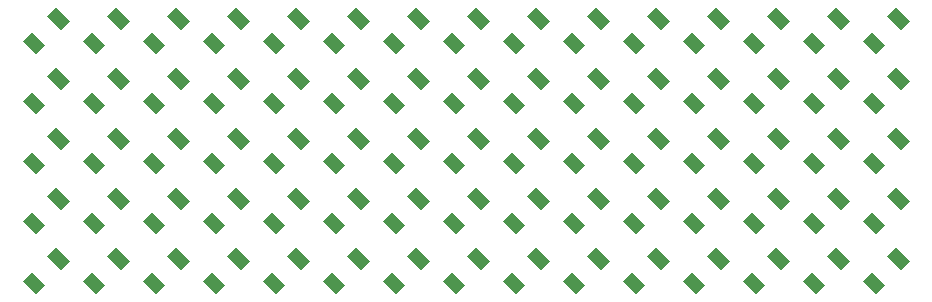
<source format=gbr>
G04 #@! TF.FileFunction,Soldermask,Top*
%FSLAX46Y46*%
G04 Gerber Fmt 4.6, Leading zero omitted, Abs format (unit mm)*
G04 Created by KiCad (PCBNEW 4.0.7) date 07/30/18 20:35:16*
%MOMM*%
%LPD*%
G01*
G04 APERTURE LIST*
%ADD10C,0.100000*%
G04 APERTURE END LIST*
D10*
G36*
X171035952Y-117392677D02*
X172167323Y-118524048D01*
X171389506Y-119301865D01*
X170258135Y-118170494D01*
X171035952Y-117392677D01*
X171035952Y-117392677D01*
G37*
G36*
X168970494Y-119458135D02*
X170101865Y-120589506D01*
X169324048Y-121367323D01*
X168192677Y-120235952D01*
X168970494Y-119458135D01*
X168970494Y-119458135D01*
G37*
G36*
X171035952Y-112312677D02*
X172167323Y-113444048D01*
X171389506Y-114221865D01*
X170258135Y-113090494D01*
X171035952Y-112312677D01*
X171035952Y-112312677D01*
G37*
G36*
X168970494Y-114378135D02*
X170101865Y-115509506D01*
X169324048Y-116287323D01*
X168192677Y-115155952D01*
X168970494Y-114378135D01*
X168970494Y-114378135D01*
G37*
G36*
X171035952Y-107232677D02*
X172167323Y-108364048D01*
X171389506Y-109141865D01*
X170258135Y-108010494D01*
X171035952Y-107232677D01*
X171035952Y-107232677D01*
G37*
G36*
X168970494Y-109298135D02*
X170101865Y-110429506D01*
X169324048Y-111207323D01*
X168192677Y-110075952D01*
X168970494Y-109298135D01*
X168970494Y-109298135D01*
G37*
G36*
X171035952Y-102152677D02*
X172167323Y-103284048D01*
X171389506Y-104061865D01*
X170258135Y-102930494D01*
X171035952Y-102152677D01*
X171035952Y-102152677D01*
G37*
G36*
X168970494Y-104218135D02*
X170101865Y-105349506D01*
X169324048Y-106127323D01*
X168192677Y-104995952D01*
X168970494Y-104218135D01*
X168970494Y-104218135D01*
G37*
G36*
X211675952Y-117392677D02*
X212807323Y-118524048D01*
X212029506Y-119301865D01*
X210898135Y-118170494D01*
X211675952Y-117392677D01*
X211675952Y-117392677D01*
G37*
G36*
X209610494Y-119458135D02*
X210741865Y-120589506D01*
X209964048Y-121367323D01*
X208832677Y-120235952D01*
X209610494Y-119458135D01*
X209610494Y-119458135D01*
G37*
G36*
X211675952Y-112312677D02*
X212807323Y-113444048D01*
X212029506Y-114221865D01*
X210898135Y-113090494D01*
X211675952Y-112312677D01*
X211675952Y-112312677D01*
G37*
G36*
X209610494Y-114378135D02*
X210741865Y-115509506D01*
X209964048Y-116287323D01*
X208832677Y-115155952D01*
X209610494Y-114378135D01*
X209610494Y-114378135D01*
G37*
G36*
X211675952Y-107232677D02*
X212807323Y-108364048D01*
X212029506Y-109141865D01*
X210898135Y-108010494D01*
X211675952Y-107232677D01*
X211675952Y-107232677D01*
G37*
G36*
X209610494Y-109298135D02*
X210741865Y-110429506D01*
X209964048Y-111207323D01*
X208832677Y-110075952D01*
X209610494Y-109298135D01*
X209610494Y-109298135D01*
G37*
G36*
X211675952Y-102152677D02*
X212807323Y-103284048D01*
X212029506Y-104061865D01*
X210898135Y-102930494D01*
X211675952Y-102152677D01*
X211675952Y-102152677D01*
G37*
G36*
X209610494Y-104218135D02*
X210741865Y-105349506D01*
X209964048Y-106127323D01*
X208832677Y-104995952D01*
X209610494Y-104218135D01*
X209610494Y-104218135D01*
G37*
G36*
X206595952Y-117392677D02*
X207727323Y-118524048D01*
X206949506Y-119301865D01*
X205818135Y-118170494D01*
X206595952Y-117392677D01*
X206595952Y-117392677D01*
G37*
G36*
X204530494Y-119458135D02*
X205661865Y-120589506D01*
X204884048Y-121367323D01*
X203752677Y-120235952D01*
X204530494Y-119458135D01*
X204530494Y-119458135D01*
G37*
G36*
X206595952Y-112312677D02*
X207727323Y-113444048D01*
X206949506Y-114221865D01*
X205818135Y-113090494D01*
X206595952Y-112312677D01*
X206595952Y-112312677D01*
G37*
G36*
X204530494Y-114378135D02*
X205661865Y-115509506D01*
X204884048Y-116287323D01*
X203752677Y-115155952D01*
X204530494Y-114378135D01*
X204530494Y-114378135D01*
G37*
G36*
X206595952Y-107232677D02*
X207727323Y-108364048D01*
X206949506Y-109141865D01*
X205818135Y-108010494D01*
X206595952Y-107232677D01*
X206595952Y-107232677D01*
G37*
G36*
X204530494Y-109298135D02*
X205661865Y-110429506D01*
X204884048Y-111207323D01*
X203752677Y-110075952D01*
X204530494Y-109298135D01*
X204530494Y-109298135D01*
G37*
G36*
X206595952Y-102152677D02*
X207727323Y-103284048D01*
X206949506Y-104061865D01*
X205818135Y-102930494D01*
X206595952Y-102152677D01*
X206595952Y-102152677D01*
G37*
G36*
X204530494Y-104218135D02*
X205661865Y-105349506D01*
X204884048Y-106127323D01*
X203752677Y-104995952D01*
X204530494Y-104218135D01*
X204530494Y-104218135D01*
G37*
G36*
X201515952Y-117392677D02*
X202647323Y-118524048D01*
X201869506Y-119301865D01*
X200738135Y-118170494D01*
X201515952Y-117392677D01*
X201515952Y-117392677D01*
G37*
G36*
X199450494Y-119458135D02*
X200581865Y-120589506D01*
X199804048Y-121367323D01*
X198672677Y-120235952D01*
X199450494Y-119458135D01*
X199450494Y-119458135D01*
G37*
G36*
X201515952Y-112312677D02*
X202647323Y-113444048D01*
X201869506Y-114221865D01*
X200738135Y-113090494D01*
X201515952Y-112312677D01*
X201515952Y-112312677D01*
G37*
G36*
X199450494Y-114378135D02*
X200581865Y-115509506D01*
X199804048Y-116287323D01*
X198672677Y-115155952D01*
X199450494Y-114378135D01*
X199450494Y-114378135D01*
G37*
G36*
X201515952Y-107232677D02*
X202647323Y-108364048D01*
X201869506Y-109141865D01*
X200738135Y-108010494D01*
X201515952Y-107232677D01*
X201515952Y-107232677D01*
G37*
G36*
X199450494Y-109298135D02*
X200581865Y-110429506D01*
X199804048Y-111207323D01*
X198672677Y-110075952D01*
X199450494Y-109298135D01*
X199450494Y-109298135D01*
G37*
G36*
X201515952Y-102152677D02*
X202647323Y-103284048D01*
X201869506Y-104061865D01*
X200738135Y-102930494D01*
X201515952Y-102152677D01*
X201515952Y-102152677D01*
G37*
G36*
X199450494Y-104218135D02*
X200581865Y-105349506D01*
X199804048Y-106127323D01*
X198672677Y-104995952D01*
X199450494Y-104218135D01*
X199450494Y-104218135D01*
G37*
G36*
X196435952Y-117392677D02*
X197567323Y-118524048D01*
X196789506Y-119301865D01*
X195658135Y-118170494D01*
X196435952Y-117392677D01*
X196435952Y-117392677D01*
G37*
G36*
X194370494Y-119458135D02*
X195501865Y-120589506D01*
X194724048Y-121367323D01*
X193592677Y-120235952D01*
X194370494Y-119458135D01*
X194370494Y-119458135D01*
G37*
G36*
X196435952Y-112312677D02*
X197567323Y-113444048D01*
X196789506Y-114221865D01*
X195658135Y-113090494D01*
X196435952Y-112312677D01*
X196435952Y-112312677D01*
G37*
G36*
X194370494Y-114378135D02*
X195501865Y-115509506D01*
X194724048Y-116287323D01*
X193592677Y-115155952D01*
X194370494Y-114378135D01*
X194370494Y-114378135D01*
G37*
G36*
X196435952Y-107232677D02*
X197567323Y-108364048D01*
X196789506Y-109141865D01*
X195658135Y-108010494D01*
X196435952Y-107232677D01*
X196435952Y-107232677D01*
G37*
G36*
X194370494Y-109298135D02*
X195501865Y-110429506D01*
X194724048Y-111207323D01*
X193592677Y-110075952D01*
X194370494Y-109298135D01*
X194370494Y-109298135D01*
G37*
G36*
X196435952Y-102152677D02*
X197567323Y-103284048D01*
X196789506Y-104061865D01*
X195658135Y-102930494D01*
X196435952Y-102152677D01*
X196435952Y-102152677D01*
G37*
G36*
X194370494Y-104218135D02*
X195501865Y-105349506D01*
X194724048Y-106127323D01*
X193592677Y-104995952D01*
X194370494Y-104218135D01*
X194370494Y-104218135D01*
G37*
G36*
X191355952Y-117392677D02*
X192487323Y-118524048D01*
X191709506Y-119301865D01*
X190578135Y-118170494D01*
X191355952Y-117392677D01*
X191355952Y-117392677D01*
G37*
G36*
X189290494Y-119458135D02*
X190421865Y-120589506D01*
X189644048Y-121367323D01*
X188512677Y-120235952D01*
X189290494Y-119458135D01*
X189290494Y-119458135D01*
G37*
G36*
X191355952Y-112312677D02*
X192487323Y-113444048D01*
X191709506Y-114221865D01*
X190578135Y-113090494D01*
X191355952Y-112312677D01*
X191355952Y-112312677D01*
G37*
G36*
X189290494Y-114378135D02*
X190421865Y-115509506D01*
X189644048Y-116287323D01*
X188512677Y-115155952D01*
X189290494Y-114378135D01*
X189290494Y-114378135D01*
G37*
G36*
X191355952Y-107232677D02*
X192487323Y-108364048D01*
X191709506Y-109141865D01*
X190578135Y-108010494D01*
X191355952Y-107232677D01*
X191355952Y-107232677D01*
G37*
G36*
X189290494Y-109298135D02*
X190421865Y-110429506D01*
X189644048Y-111207323D01*
X188512677Y-110075952D01*
X189290494Y-109298135D01*
X189290494Y-109298135D01*
G37*
G36*
X191355952Y-102152677D02*
X192487323Y-103284048D01*
X191709506Y-104061865D01*
X190578135Y-102930494D01*
X191355952Y-102152677D01*
X191355952Y-102152677D01*
G37*
G36*
X189290494Y-104218135D02*
X190421865Y-105349506D01*
X189644048Y-106127323D01*
X188512677Y-104995952D01*
X189290494Y-104218135D01*
X189290494Y-104218135D01*
G37*
G36*
X186275952Y-117392677D02*
X187407323Y-118524048D01*
X186629506Y-119301865D01*
X185498135Y-118170494D01*
X186275952Y-117392677D01*
X186275952Y-117392677D01*
G37*
G36*
X184210494Y-119458135D02*
X185341865Y-120589506D01*
X184564048Y-121367323D01*
X183432677Y-120235952D01*
X184210494Y-119458135D01*
X184210494Y-119458135D01*
G37*
G36*
X186275952Y-112312677D02*
X187407323Y-113444048D01*
X186629506Y-114221865D01*
X185498135Y-113090494D01*
X186275952Y-112312677D01*
X186275952Y-112312677D01*
G37*
G36*
X184210494Y-114378135D02*
X185341865Y-115509506D01*
X184564048Y-116287323D01*
X183432677Y-115155952D01*
X184210494Y-114378135D01*
X184210494Y-114378135D01*
G37*
G36*
X186275952Y-107232677D02*
X187407323Y-108364048D01*
X186629506Y-109141865D01*
X185498135Y-108010494D01*
X186275952Y-107232677D01*
X186275952Y-107232677D01*
G37*
G36*
X184210494Y-109298135D02*
X185341865Y-110429506D01*
X184564048Y-111207323D01*
X183432677Y-110075952D01*
X184210494Y-109298135D01*
X184210494Y-109298135D01*
G37*
G36*
X186275952Y-102152677D02*
X187407323Y-103284048D01*
X186629506Y-104061865D01*
X185498135Y-102930494D01*
X186275952Y-102152677D01*
X186275952Y-102152677D01*
G37*
G36*
X184210494Y-104218135D02*
X185341865Y-105349506D01*
X184564048Y-106127323D01*
X183432677Y-104995952D01*
X184210494Y-104218135D01*
X184210494Y-104218135D01*
G37*
G36*
X181195952Y-117392677D02*
X182327323Y-118524048D01*
X181549506Y-119301865D01*
X180418135Y-118170494D01*
X181195952Y-117392677D01*
X181195952Y-117392677D01*
G37*
G36*
X179130494Y-119458135D02*
X180261865Y-120589506D01*
X179484048Y-121367323D01*
X178352677Y-120235952D01*
X179130494Y-119458135D01*
X179130494Y-119458135D01*
G37*
G36*
X181195952Y-112312677D02*
X182327323Y-113444048D01*
X181549506Y-114221865D01*
X180418135Y-113090494D01*
X181195952Y-112312677D01*
X181195952Y-112312677D01*
G37*
G36*
X179130494Y-114378135D02*
X180261865Y-115509506D01*
X179484048Y-116287323D01*
X178352677Y-115155952D01*
X179130494Y-114378135D01*
X179130494Y-114378135D01*
G37*
G36*
X181195952Y-107232677D02*
X182327323Y-108364048D01*
X181549506Y-109141865D01*
X180418135Y-108010494D01*
X181195952Y-107232677D01*
X181195952Y-107232677D01*
G37*
G36*
X179130494Y-109298135D02*
X180261865Y-110429506D01*
X179484048Y-111207323D01*
X178352677Y-110075952D01*
X179130494Y-109298135D01*
X179130494Y-109298135D01*
G37*
G36*
X181195952Y-102152677D02*
X182327323Y-103284048D01*
X181549506Y-104061865D01*
X180418135Y-102930494D01*
X181195952Y-102152677D01*
X181195952Y-102152677D01*
G37*
G36*
X179130494Y-104218135D02*
X180261865Y-105349506D01*
X179484048Y-106127323D01*
X178352677Y-104995952D01*
X179130494Y-104218135D01*
X179130494Y-104218135D01*
G37*
G36*
X176115952Y-117392677D02*
X177247323Y-118524048D01*
X176469506Y-119301865D01*
X175338135Y-118170494D01*
X176115952Y-117392677D01*
X176115952Y-117392677D01*
G37*
G36*
X174050494Y-119458135D02*
X175181865Y-120589506D01*
X174404048Y-121367323D01*
X173272677Y-120235952D01*
X174050494Y-119458135D01*
X174050494Y-119458135D01*
G37*
G36*
X176115952Y-112312677D02*
X177247323Y-113444048D01*
X176469506Y-114221865D01*
X175338135Y-113090494D01*
X176115952Y-112312677D01*
X176115952Y-112312677D01*
G37*
G36*
X174050494Y-114378135D02*
X175181865Y-115509506D01*
X174404048Y-116287323D01*
X173272677Y-115155952D01*
X174050494Y-114378135D01*
X174050494Y-114378135D01*
G37*
G36*
X176115952Y-107232677D02*
X177247323Y-108364048D01*
X176469506Y-109141865D01*
X175338135Y-108010494D01*
X176115952Y-107232677D01*
X176115952Y-107232677D01*
G37*
G36*
X174050494Y-109298135D02*
X175181865Y-110429506D01*
X174404048Y-111207323D01*
X173272677Y-110075952D01*
X174050494Y-109298135D01*
X174050494Y-109298135D01*
G37*
G36*
X176115952Y-102152677D02*
X177247323Y-103284048D01*
X176469506Y-104061865D01*
X175338135Y-102930494D01*
X176115952Y-102152677D01*
X176115952Y-102152677D01*
G37*
G36*
X174050494Y-104218135D02*
X175181865Y-105349506D01*
X174404048Y-106127323D01*
X173272677Y-104995952D01*
X174050494Y-104218135D01*
X174050494Y-104218135D01*
G37*
G36*
X165955952Y-117392677D02*
X167087323Y-118524048D01*
X166309506Y-119301865D01*
X165178135Y-118170494D01*
X165955952Y-117392677D01*
X165955952Y-117392677D01*
G37*
G36*
X163890494Y-119458135D02*
X165021865Y-120589506D01*
X164244048Y-121367323D01*
X163112677Y-120235952D01*
X163890494Y-119458135D01*
X163890494Y-119458135D01*
G37*
G36*
X165955952Y-112312677D02*
X167087323Y-113444048D01*
X166309506Y-114221865D01*
X165178135Y-113090494D01*
X165955952Y-112312677D01*
X165955952Y-112312677D01*
G37*
G36*
X163890494Y-114378135D02*
X165021865Y-115509506D01*
X164244048Y-116287323D01*
X163112677Y-115155952D01*
X163890494Y-114378135D01*
X163890494Y-114378135D01*
G37*
G36*
X165955952Y-107232677D02*
X167087323Y-108364048D01*
X166309506Y-109141865D01*
X165178135Y-108010494D01*
X165955952Y-107232677D01*
X165955952Y-107232677D01*
G37*
G36*
X163890494Y-109298135D02*
X165021865Y-110429506D01*
X164244048Y-111207323D01*
X163112677Y-110075952D01*
X163890494Y-109298135D01*
X163890494Y-109298135D01*
G37*
G36*
X165955952Y-102152677D02*
X167087323Y-103284048D01*
X166309506Y-104061865D01*
X165178135Y-102930494D01*
X165955952Y-102152677D01*
X165955952Y-102152677D01*
G37*
G36*
X163890494Y-104218135D02*
X165021865Y-105349506D01*
X164244048Y-106127323D01*
X163112677Y-104995952D01*
X163890494Y-104218135D01*
X163890494Y-104218135D01*
G37*
G36*
X160875952Y-117392677D02*
X162007323Y-118524048D01*
X161229506Y-119301865D01*
X160098135Y-118170494D01*
X160875952Y-117392677D01*
X160875952Y-117392677D01*
G37*
G36*
X158810494Y-119458135D02*
X159941865Y-120589506D01*
X159164048Y-121367323D01*
X158032677Y-120235952D01*
X158810494Y-119458135D01*
X158810494Y-119458135D01*
G37*
G36*
X160875952Y-112312677D02*
X162007323Y-113444048D01*
X161229506Y-114221865D01*
X160098135Y-113090494D01*
X160875952Y-112312677D01*
X160875952Y-112312677D01*
G37*
G36*
X158810494Y-114378135D02*
X159941865Y-115509506D01*
X159164048Y-116287323D01*
X158032677Y-115155952D01*
X158810494Y-114378135D01*
X158810494Y-114378135D01*
G37*
G36*
X160875952Y-107232677D02*
X162007323Y-108364048D01*
X161229506Y-109141865D01*
X160098135Y-108010494D01*
X160875952Y-107232677D01*
X160875952Y-107232677D01*
G37*
G36*
X158810494Y-109298135D02*
X159941865Y-110429506D01*
X159164048Y-111207323D01*
X158032677Y-110075952D01*
X158810494Y-109298135D01*
X158810494Y-109298135D01*
G37*
G36*
X160875952Y-102152677D02*
X162007323Y-103284048D01*
X161229506Y-104061865D01*
X160098135Y-102930494D01*
X160875952Y-102152677D01*
X160875952Y-102152677D01*
G37*
G36*
X158810494Y-104218135D02*
X159941865Y-105349506D01*
X159164048Y-106127323D01*
X158032677Y-104995952D01*
X158810494Y-104218135D01*
X158810494Y-104218135D01*
G37*
G36*
X155795952Y-117392677D02*
X156927323Y-118524048D01*
X156149506Y-119301865D01*
X155018135Y-118170494D01*
X155795952Y-117392677D01*
X155795952Y-117392677D01*
G37*
G36*
X153730494Y-119458135D02*
X154861865Y-120589506D01*
X154084048Y-121367323D01*
X152952677Y-120235952D01*
X153730494Y-119458135D01*
X153730494Y-119458135D01*
G37*
G36*
X155795952Y-112312677D02*
X156927323Y-113444048D01*
X156149506Y-114221865D01*
X155018135Y-113090494D01*
X155795952Y-112312677D01*
X155795952Y-112312677D01*
G37*
G36*
X153730494Y-114378135D02*
X154861865Y-115509506D01*
X154084048Y-116287323D01*
X152952677Y-115155952D01*
X153730494Y-114378135D01*
X153730494Y-114378135D01*
G37*
G36*
X155795952Y-107232677D02*
X156927323Y-108364048D01*
X156149506Y-109141865D01*
X155018135Y-108010494D01*
X155795952Y-107232677D01*
X155795952Y-107232677D01*
G37*
G36*
X153730494Y-109298135D02*
X154861865Y-110429506D01*
X154084048Y-111207323D01*
X152952677Y-110075952D01*
X153730494Y-109298135D01*
X153730494Y-109298135D01*
G37*
G36*
X155795952Y-102152677D02*
X156927323Y-103284048D01*
X156149506Y-104061865D01*
X155018135Y-102930494D01*
X155795952Y-102152677D01*
X155795952Y-102152677D01*
G37*
G36*
X153730494Y-104218135D02*
X154861865Y-105349506D01*
X154084048Y-106127323D01*
X152952677Y-104995952D01*
X153730494Y-104218135D01*
X153730494Y-104218135D01*
G37*
G36*
X150715952Y-117392677D02*
X151847323Y-118524048D01*
X151069506Y-119301865D01*
X149938135Y-118170494D01*
X150715952Y-117392677D01*
X150715952Y-117392677D01*
G37*
G36*
X148650494Y-119458135D02*
X149781865Y-120589506D01*
X149004048Y-121367323D01*
X147872677Y-120235952D01*
X148650494Y-119458135D01*
X148650494Y-119458135D01*
G37*
G36*
X150715952Y-112312677D02*
X151847323Y-113444048D01*
X151069506Y-114221865D01*
X149938135Y-113090494D01*
X150715952Y-112312677D01*
X150715952Y-112312677D01*
G37*
G36*
X148650494Y-114378135D02*
X149781865Y-115509506D01*
X149004048Y-116287323D01*
X147872677Y-115155952D01*
X148650494Y-114378135D01*
X148650494Y-114378135D01*
G37*
G36*
X150715952Y-107232677D02*
X151847323Y-108364048D01*
X151069506Y-109141865D01*
X149938135Y-108010494D01*
X150715952Y-107232677D01*
X150715952Y-107232677D01*
G37*
G36*
X148650494Y-109298135D02*
X149781865Y-110429506D01*
X149004048Y-111207323D01*
X147872677Y-110075952D01*
X148650494Y-109298135D01*
X148650494Y-109298135D01*
G37*
G36*
X150715952Y-102152677D02*
X151847323Y-103284048D01*
X151069506Y-104061865D01*
X149938135Y-102930494D01*
X150715952Y-102152677D01*
X150715952Y-102152677D01*
G37*
G36*
X148650494Y-104218135D02*
X149781865Y-105349506D01*
X149004048Y-106127323D01*
X147872677Y-104995952D01*
X148650494Y-104218135D01*
X148650494Y-104218135D01*
G37*
G36*
X145635952Y-117392677D02*
X146767323Y-118524048D01*
X145989506Y-119301865D01*
X144858135Y-118170494D01*
X145635952Y-117392677D01*
X145635952Y-117392677D01*
G37*
G36*
X143570494Y-119458135D02*
X144701865Y-120589506D01*
X143924048Y-121367323D01*
X142792677Y-120235952D01*
X143570494Y-119458135D01*
X143570494Y-119458135D01*
G37*
G36*
X145635952Y-112312677D02*
X146767323Y-113444048D01*
X145989506Y-114221865D01*
X144858135Y-113090494D01*
X145635952Y-112312677D01*
X145635952Y-112312677D01*
G37*
G36*
X143570494Y-114378135D02*
X144701865Y-115509506D01*
X143924048Y-116287323D01*
X142792677Y-115155952D01*
X143570494Y-114378135D01*
X143570494Y-114378135D01*
G37*
G36*
X145635952Y-107232677D02*
X146767323Y-108364048D01*
X145989506Y-109141865D01*
X144858135Y-108010494D01*
X145635952Y-107232677D01*
X145635952Y-107232677D01*
G37*
G36*
X143570494Y-109298135D02*
X144701865Y-110429506D01*
X143924048Y-111207323D01*
X142792677Y-110075952D01*
X143570494Y-109298135D01*
X143570494Y-109298135D01*
G37*
G36*
X145635952Y-102152677D02*
X146767323Y-103284048D01*
X145989506Y-104061865D01*
X144858135Y-102930494D01*
X145635952Y-102152677D01*
X145635952Y-102152677D01*
G37*
G36*
X143570494Y-104218135D02*
X144701865Y-105349506D01*
X143924048Y-106127323D01*
X142792677Y-104995952D01*
X143570494Y-104218135D01*
X143570494Y-104218135D01*
G37*
G36*
X211675952Y-97072677D02*
X212807323Y-98204048D01*
X212029506Y-98981865D01*
X210898135Y-97850494D01*
X211675952Y-97072677D01*
X211675952Y-97072677D01*
G37*
G36*
X209610494Y-99138135D02*
X210741865Y-100269506D01*
X209964048Y-101047323D01*
X208832677Y-99915952D01*
X209610494Y-99138135D01*
X209610494Y-99138135D01*
G37*
G36*
X206595952Y-97072677D02*
X207727323Y-98204048D01*
X206949506Y-98981865D01*
X205818135Y-97850494D01*
X206595952Y-97072677D01*
X206595952Y-97072677D01*
G37*
G36*
X204530494Y-99138135D02*
X205661865Y-100269506D01*
X204884048Y-101047323D01*
X203752677Y-99915952D01*
X204530494Y-99138135D01*
X204530494Y-99138135D01*
G37*
G36*
X201515952Y-97072677D02*
X202647323Y-98204048D01*
X201869506Y-98981865D01*
X200738135Y-97850494D01*
X201515952Y-97072677D01*
X201515952Y-97072677D01*
G37*
G36*
X199450494Y-99138135D02*
X200581865Y-100269506D01*
X199804048Y-101047323D01*
X198672677Y-99915952D01*
X199450494Y-99138135D01*
X199450494Y-99138135D01*
G37*
G36*
X196435952Y-97072677D02*
X197567323Y-98204048D01*
X196789506Y-98981865D01*
X195658135Y-97850494D01*
X196435952Y-97072677D01*
X196435952Y-97072677D01*
G37*
G36*
X194370494Y-99138135D02*
X195501865Y-100269506D01*
X194724048Y-101047323D01*
X193592677Y-99915952D01*
X194370494Y-99138135D01*
X194370494Y-99138135D01*
G37*
G36*
X191355952Y-97072677D02*
X192487323Y-98204048D01*
X191709506Y-98981865D01*
X190578135Y-97850494D01*
X191355952Y-97072677D01*
X191355952Y-97072677D01*
G37*
G36*
X189290494Y-99138135D02*
X190421865Y-100269506D01*
X189644048Y-101047323D01*
X188512677Y-99915952D01*
X189290494Y-99138135D01*
X189290494Y-99138135D01*
G37*
G36*
X186275952Y-97072677D02*
X187407323Y-98204048D01*
X186629506Y-98981865D01*
X185498135Y-97850494D01*
X186275952Y-97072677D01*
X186275952Y-97072677D01*
G37*
G36*
X184210494Y-99138135D02*
X185341865Y-100269506D01*
X184564048Y-101047323D01*
X183432677Y-99915952D01*
X184210494Y-99138135D01*
X184210494Y-99138135D01*
G37*
G36*
X181195952Y-97072677D02*
X182327323Y-98204048D01*
X181549506Y-98981865D01*
X180418135Y-97850494D01*
X181195952Y-97072677D01*
X181195952Y-97072677D01*
G37*
G36*
X179130494Y-99138135D02*
X180261865Y-100269506D01*
X179484048Y-101047323D01*
X178352677Y-99915952D01*
X179130494Y-99138135D01*
X179130494Y-99138135D01*
G37*
G36*
X176115952Y-97072677D02*
X177247323Y-98204048D01*
X176469506Y-98981865D01*
X175338135Y-97850494D01*
X176115952Y-97072677D01*
X176115952Y-97072677D01*
G37*
G36*
X174050494Y-99138135D02*
X175181865Y-100269506D01*
X174404048Y-101047323D01*
X173272677Y-99915952D01*
X174050494Y-99138135D01*
X174050494Y-99138135D01*
G37*
G36*
X171035952Y-97072677D02*
X172167323Y-98204048D01*
X171389506Y-98981865D01*
X170258135Y-97850494D01*
X171035952Y-97072677D01*
X171035952Y-97072677D01*
G37*
G36*
X168970494Y-99138135D02*
X170101865Y-100269506D01*
X169324048Y-101047323D01*
X168192677Y-99915952D01*
X168970494Y-99138135D01*
X168970494Y-99138135D01*
G37*
G36*
X165955952Y-97072677D02*
X167087323Y-98204048D01*
X166309506Y-98981865D01*
X165178135Y-97850494D01*
X165955952Y-97072677D01*
X165955952Y-97072677D01*
G37*
G36*
X163890494Y-99138135D02*
X165021865Y-100269506D01*
X164244048Y-101047323D01*
X163112677Y-99915952D01*
X163890494Y-99138135D01*
X163890494Y-99138135D01*
G37*
G36*
X160875952Y-97072677D02*
X162007323Y-98204048D01*
X161229506Y-98981865D01*
X160098135Y-97850494D01*
X160875952Y-97072677D01*
X160875952Y-97072677D01*
G37*
G36*
X158810494Y-99138135D02*
X159941865Y-100269506D01*
X159164048Y-101047323D01*
X158032677Y-99915952D01*
X158810494Y-99138135D01*
X158810494Y-99138135D01*
G37*
G36*
X155795952Y-97072677D02*
X156927323Y-98204048D01*
X156149506Y-98981865D01*
X155018135Y-97850494D01*
X155795952Y-97072677D01*
X155795952Y-97072677D01*
G37*
G36*
X153730494Y-99138135D02*
X154861865Y-100269506D01*
X154084048Y-101047323D01*
X152952677Y-99915952D01*
X153730494Y-99138135D01*
X153730494Y-99138135D01*
G37*
G36*
X150715952Y-97072677D02*
X151847323Y-98204048D01*
X151069506Y-98981865D01*
X149938135Y-97850494D01*
X150715952Y-97072677D01*
X150715952Y-97072677D01*
G37*
G36*
X148650494Y-99138135D02*
X149781865Y-100269506D01*
X149004048Y-101047323D01*
X147872677Y-99915952D01*
X148650494Y-99138135D01*
X148650494Y-99138135D01*
G37*
G36*
X145635952Y-97072677D02*
X146767323Y-98204048D01*
X145989506Y-98981865D01*
X144858135Y-97850494D01*
X145635952Y-97072677D01*
X145635952Y-97072677D01*
G37*
G36*
X143570494Y-99138135D02*
X144701865Y-100269506D01*
X143924048Y-101047323D01*
X142792677Y-99915952D01*
X143570494Y-99138135D01*
X143570494Y-99138135D01*
G37*
G36*
X140555952Y-117392677D02*
X141687323Y-118524048D01*
X140909506Y-119301865D01*
X139778135Y-118170494D01*
X140555952Y-117392677D01*
X140555952Y-117392677D01*
G37*
G36*
X138490494Y-119458135D02*
X139621865Y-120589506D01*
X138844048Y-121367323D01*
X137712677Y-120235952D01*
X138490494Y-119458135D01*
X138490494Y-119458135D01*
G37*
G36*
X140555952Y-112312677D02*
X141687323Y-113444048D01*
X140909506Y-114221865D01*
X139778135Y-113090494D01*
X140555952Y-112312677D01*
X140555952Y-112312677D01*
G37*
G36*
X138490494Y-114378135D02*
X139621865Y-115509506D01*
X138844048Y-116287323D01*
X137712677Y-115155952D01*
X138490494Y-114378135D01*
X138490494Y-114378135D01*
G37*
G36*
X140555952Y-107232677D02*
X141687323Y-108364048D01*
X140909506Y-109141865D01*
X139778135Y-108010494D01*
X140555952Y-107232677D01*
X140555952Y-107232677D01*
G37*
G36*
X138490494Y-109298135D02*
X139621865Y-110429506D01*
X138844048Y-111207323D01*
X137712677Y-110075952D01*
X138490494Y-109298135D01*
X138490494Y-109298135D01*
G37*
G36*
X140555952Y-102152677D02*
X141687323Y-103284048D01*
X140909506Y-104061865D01*
X139778135Y-102930494D01*
X140555952Y-102152677D01*
X140555952Y-102152677D01*
G37*
G36*
X138490494Y-104218135D02*
X139621865Y-105349506D01*
X138844048Y-106127323D01*
X137712677Y-104995952D01*
X138490494Y-104218135D01*
X138490494Y-104218135D01*
G37*
G36*
X140555952Y-97072677D02*
X141687323Y-98204048D01*
X140909506Y-98981865D01*
X139778135Y-97850494D01*
X140555952Y-97072677D01*
X140555952Y-97072677D01*
G37*
G36*
X138490494Y-99138135D02*
X139621865Y-100269506D01*
X138844048Y-101047323D01*
X137712677Y-99915952D01*
X138490494Y-99138135D01*
X138490494Y-99138135D01*
G37*
M02*

</source>
